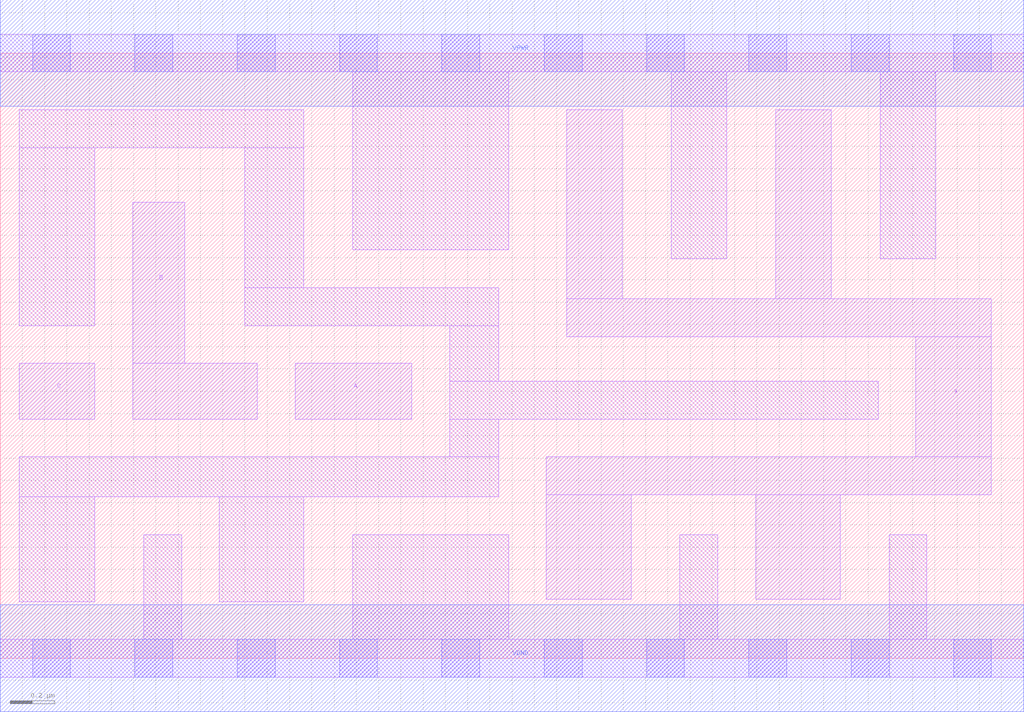
<source format=lef>
# Copyright 2020 The SkyWater PDK Authors
#
# Licensed under the Apache License, Version 2.0 (the "License");
# you may not use this file except in compliance with the License.
# You may obtain a copy of the License at
#
#     https://www.apache.org/licenses/LICENSE-2.0
#
# Unless required by applicable law or agreed to in writing, software
# distributed under the License is distributed on an "AS IS" BASIS,
# WITHOUT WARRANTIES OR CONDITIONS OF ANY KIND, either express or implied.
# See the License for the specific language governing permissions and
# limitations under the License.
#
# SPDX-License-Identifier: Apache-2.0

VERSION 5.7 ;
  NOWIREEXTENSIONATPIN ON ;
  DIVIDERCHAR "/" ;
  BUSBITCHARS "[]" ;
UNITS
  DATABASE MICRONS 200 ;
END UNITS
PROPERTYDEFINITIONS
  MACRO maskLayoutSubType STRING ;
  MACRO prCellType STRING ;
  MACRO originalViewName STRING ;
END PROPERTYDEFINITIONS
MACRO sky130_fd_sc_hdll__or3_4
  CLASS CORE ;
  FOREIGN sky130_fd_sc_hdll__or3_4 ;
  ORIGIN  0.000000  0.000000 ;
  SIZE  4.600000 BY  2.720000 ;
  SYMMETRY X Y R90 ;
  SITE unithd ;
  PIN A
    ANTENNAGATEAREA  0.277500 ;
    DIRECTION INPUT ;
    USE SIGNAL ;
    PORT
      LAYER li1 ;
        RECT 1.325000 1.075000 1.850000 1.325000 ;
    END
  END A
  PIN B
    ANTENNAGATEAREA  0.277500 ;
    DIRECTION INPUT ;
    USE SIGNAL ;
    PORT
      LAYER li1 ;
        RECT 0.595000 1.075000 1.155000 1.325000 ;
        RECT 0.595000 1.325000 0.830000 2.050000 ;
    END
  END B
  PIN C
    ANTENNAGATEAREA  0.277500 ;
    DIRECTION INPUT ;
    USE SIGNAL ;
    PORT
      LAYER li1 ;
        RECT 0.085000 1.075000 0.425000 1.325000 ;
    END
  END C
  PIN X
    ANTENNADIFFAREA  0.996000 ;
    DIRECTION OUTPUT ;
    USE SIGNAL ;
    PORT
      LAYER li1 ;
        RECT 2.455000 0.265000 2.835000 0.735000 ;
        RECT 2.455000 0.735000 4.455000 0.905000 ;
        RECT 2.545000 1.445000 4.455000 1.615000 ;
        RECT 2.545000 1.615000 2.795000 2.465000 ;
        RECT 3.395000 0.265000 3.775000 0.735000 ;
        RECT 3.485000 1.615000 3.735000 2.465000 ;
        RECT 4.115000 0.905000 4.455000 1.445000 ;
    END
  END X
  PIN VGND
    DIRECTION INOUT ;
    USE GROUND ;
    PORT
      LAYER met1 ;
        RECT 0.000000 -0.240000 4.600000 0.240000 ;
    END
  END VGND
  PIN VPWR
    DIRECTION INOUT ;
    USE POWER ;
    PORT
      LAYER met1 ;
        RECT 0.000000 2.480000 4.600000 2.960000 ;
    END
  END VPWR
  OBS
    LAYER li1 ;
      RECT 0.000000 -0.085000 4.600000 0.085000 ;
      RECT 0.000000  2.635000 4.600000 2.805000 ;
      RECT 0.085000  0.255000 0.425000 0.725000 ;
      RECT 0.085000  0.725000 2.240000 0.905000 ;
      RECT 0.085000  1.495000 0.425000 2.295000 ;
      RECT 0.085000  2.295000 1.365000 2.465000 ;
      RECT 0.645000  0.085000 0.815000 0.555000 ;
      RECT 0.985000  0.255000 1.365000 0.725000 ;
      RECT 1.100000  1.495000 2.240000 1.665000 ;
      RECT 1.100000  1.665000 1.365000 2.295000 ;
      RECT 1.585000  0.085000 2.285000 0.555000 ;
      RECT 1.585000  1.835000 2.285000 2.635000 ;
      RECT 2.020000  0.905000 2.240000 1.075000 ;
      RECT 2.020000  1.075000 3.945000 1.245000 ;
      RECT 2.020000  1.245000 2.240000 1.495000 ;
      RECT 3.015000  1.795000 3.265000 2.635000 ;
      RECT 3.055000  0.085000 3.225000 0.555000 ;
      RECT 3.955000  1.795000 4.205000 2.635000 ;
      RECT 3.995000  0.085000 4.165000 0.555000 ;
    LAYER mcon ;
      RECT 0.145000 -0.085000 0.315000 0.085000 ;
      RECT 0.145000  2.635000 0.315000 2.805000 ;
      RECT 0.605000 -0.085000 0.775000 0.085000 ;
      RECT 0.605000  2.635000 0.775000 2.805000 ;
      RECT 1.065000 -0.085000 1.235000 0.085000 ;
      RECT 1.065000  2.635000 1.235000 2.805000 ;
      RECT 1.525000 -0.085000 1.695000 0.085000 ;
      RECT 1.525000  2.635000 1.695000 2.805000 ;
      RECT 1.985000 -0.085000 2.155000 0.085000 ;
      RECT 1.985000  2.635000 2.155000 2.805000 ;
      RECT 2.445000 -0.085000 2.615000 0.085000 ;
      RECT 2.445000  2.635000 2.615000 2.805000 ;
      RECT 2.905000 -0.085000 3.075000 0.085000 ;
      RECT 2.905000  2.635000 3.075000 2.805000 ;
      RECT 3.365000 -0.085000 3.535000 0.085000 ;
      RECT 3.365000  2.635000 3.535000 2.805000 ;
      RECT 3.825000 -0.085000 3.995000 0.085000 ;
      RECT 3.825000  2.635000 3.995000 2.805000 ;
      RECT 4.285000 -0.085000 4.455000 0.085000 ;
      RECT 4.285000  2.635000 4.455000 2.805000 ;
  END
  PROPERTY maskLayoutSubType "abstract" ;
  PROPERTY prCellType "standard" ;
  PROPERTY originalViewName "layout" ;
END sky130_fd_sc_hdll__or3_4
END LIBRARY

</source>
